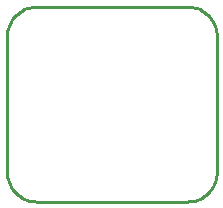
<source format=gbr>
G04 EAGLE Gerber RS-274X export*
G75*
%MOMM*%
%FSLAX34Y34*%
%LPD*%
%IN*%
%IPPOS*%
%AMOC8*
5,1,8,0,0,1.08239X$1,22.5*%
G01*
%ADD10C,0.254000*%


D10*
X0Y25400D02*
X97Y23186D01*
X386Y20989D01*
X865Y18826D01*
X1532Y16713D01*
X2380Y14666D01*
X3403Y12700D01*
X4594Y10831D01*
X5942Y9073D01*
X7440Y7440D01*
X9073Y5942D01*
X10831Y4594D01*
X12700Y3403D01*
X14666Y2380D01*
X16713Y1532D01*
X18826Y865D01*
X20989Y386D01*
X23186Y97D01*
X25400Y0D01*
X152400Y0D01*
X154614Y97D01*
X156811Y386D01*
X158974Y865D01*
X161087Y1532D01*
X163135Y2380D01*
X165100Y3403D01*
X166969Y4594D01*
X168727Y5942D01*
X170361Y7440D01*
X171858Y9073D01*
X173206Y10831D01*
X174397Y12700D01*
X175420Y14666D01*
X176268Y16713D01*
X176935Y18826D01*
X177414Y20989D01*
X177703Y23186D01*
X177800Y25400D01*
X177800Y139700D01*
X177703Y141914D01*
X177414Y144111D01*
X176935Y146274D01*
X176268Y148387D01*
X175420Y150435D01*
X174397Y152400D01*
X173206Y154269D01*
X171858Y156027D01*
X170361Y157661D01*
X168727Y159158D01*
X166969Y160506D01*
X165100Y161697D01*
X163135Y162720D01*
X161087Y163568D01*
X158974Y164235D01*
X156811Y164714D01*
X154614Y165003D01*
X152400Y165100D01*
X25400Y165100D01*
X23186Y165003D01*
X20989Y164714D01*
X18826Y164235D01*
X16713Y163568D01*
X14666Y162720D01*
X12700Y161697D01*
X10831Y160506D01*
X9073Y159158D01*
X7440Y157661D01*
X5942Y156027D01*
X4594Y154269D01*
X3403Y152400D01*
X2380Y150435D01*
X1532Y148387D01*
X865Y146274D01*
X386Y144111D01*
X97Y141914D01*
X0Y139700D01*
X0Y25400D01*
M02*

</source>
